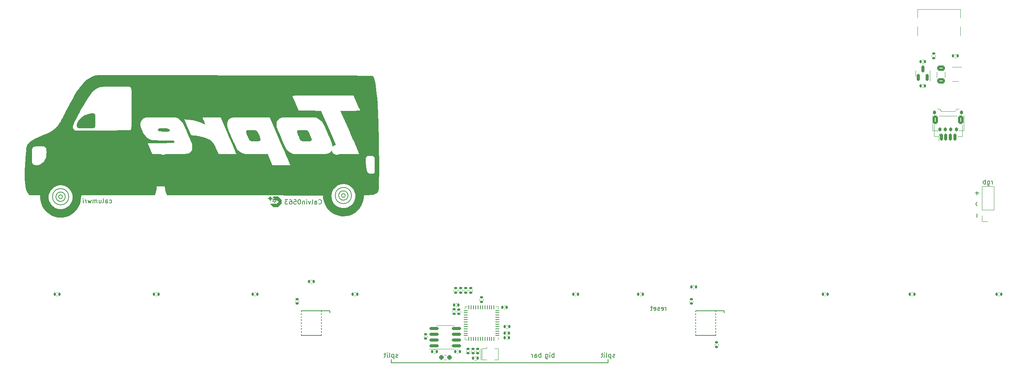
<source format=gbr>
%TF.GenerationSoftware,KiCad,Pcbnew,(7.0.0)*%
%TF.CreationDate,2024-05-03T23:27:27+02:00*%
%TF.ProjectId,minivan,6d696e69-7661-46e2-9e6b-696361645f70,rev?*%
%TF.SameCoordinates,Original*%
%TF.FileFunction,Legend,Bot*%
%TF.FilePolarity,Positive*%
%FSLAX46Y46*%
G04 Gerber Fmt 4.6, Leading zero omitted, Abs format (unit mm)*
G04 Created by KiCad (PCBNEW (7.0.0)) date 2024-05-03 23:27:27*
%MOMM*%
%LPD*%
G01*
G04 APERTURE LIST*
G04 Aperture macros list*
%AMRoundRect*
0 Rectangle with rounded corners*
0 $1 Rounding radius*
0 $2 $3 $4 $5 $6 $7 $8 $9 X,Y pos of 4 corners*
0 Add a 4 corners polygon primitive as box body*
4,1,4,$2,$3,$4,$5,$6,$7,$8,$9,$2,$3,0*
0 Add four circle primitives for the rounded corners*
1,1,$1+$1,$2,$3*
1,1,$1+$1,$4,$5*
1,1,$1+$1,$6,$7*
1,1,$1+$1,$8,$9*
0 Add four rect primitives between the rounded corners*
20,1,$1+$1,$2,$3,$4,$5,0*
20,1,$1+$1,$4,$5,$6,$7,0*
20,1,$1+$1,$6,$7,$8,$9,0*
20,1,$1+$1,$8,$9,$2,$3,0*%
G04 Aperture macros list end*
%ADD10C,0.150000*%
%ADD11C,0.200000*%
%ADD12C,0.120000*%
%ADD13C,0.170180*%
%ADD14C,0.002540*%
%ADD15C,2.200000*%
%ADD16R,1.700000X1.700000*%
%ADD17O,1.700000X1.700000*%
%ADD18RoundRect,0.140000X-0.170000X0.140000X-0.170000X-0.140000X0.170000X-0.140000X0.170000X0.140000X0*%
%ADD19RoundRect,0.135000X-0.135000X-0.185000X0.135000X-0.185000X0.135000X0.185000X-0.135000X0.185000X0*%
%ADD20RoundRect,0.135000X-0.185000X0.135000X-0.185000X-0.135000X0.185000X-0.135000X0.185000X0.135000X0*%
%ADD21RoundRect,0.135000X0.135000X0.185000X-0.135000X0.185000X-0.135000X-0.185000X0.135000X-0.185000X0*%
%ADD22R,0.400000X1.900000*%
%ADD23RoundRect,0.062500X0.062500X-0.375000X0.062500X0.375000X-0.062500X0.375000X-0.062500X-0.375000X0*%
%ADD24RoundRect,0.062500X0.375000X-0.062500X0.375000X0.062500X-0.375000X0.062500X-0.375000X-0.062500X0*%
%ADD25R,5.600000X5.600000*%
%ADD26R,1.778000X0.419100*%
%ADD27RoundRect,0.150000X-0.150000X-0.625000X0.150000X-0.625000X0.150000X0.625000X-0.150000X0.625000X0*%
%ADD28RoundRect,0.250000X-0.350000X-0.650000X0.350000X-0.650000X0.350000X0.650000X-0.350000X0.650000X0*%
%ADD29R,0.700000X1.000000*%
%ADD30R,0.700000X0.600000*%
%ADD31RoundRect,0.250000X-0.625000X0.375000X-0.625000X-0.375000X0.625000X-0.375000X0.625000X0.375000X0*%
%ADD32C,0.650000*%
%ADD33R,0.600000X1.450000*%
%ADD34R,0.300000X1.450000*%
%ADD35O,1.000000X1.600000*%
%ADD36O,1.000000X2.100000*%
%ADD37RoundRect,0.140000X0.170000X-0.140000X0.170000X0.140000X-0.170000X0.140000X-0.170000X-0.140000X0*%
%ADD38RoundRect,0.150000X-0.825000X-0.150000X0.825000X-0.150000X0.825000X0.150000X-0.825000X0.150000X0*%
%ADD39RoundRect,0.150000X0.150000X-0.587500X0.150000X0.587500X-0.150000X0.587500X-0.150000X-0.587500X0*%
%ADD40RoundRect,0.140000X0.140000X0.170000X-0.140000X0.170000X-0.140000X-0.170000X0.140000X-0.170000X0*%
%ADD41RoundRect,0.140000X-0.140000X-0.170000X0.140000X-0.170000X0.140000X0.170000X-0.140000X0.170000X0*%
%ADD42RoundRect,0.135000X0.185000X-0.135000X0.185000X0.135000X-0.185000X0.135000X-0.185000X-0.135000X0*%
%ADD43RoundRect,0.150000X-0.150000X-0.275000X0.150000X-0.275000X0.150000X0.275000X-0.150000X0.275000X0*%
%ADD44RoundRect,0.175000X-0.175000X-0.225000X0.175000X-0.225000X0.175000X0.225000X-0.175000X0.225000X0*%
%ADD45RoundRect,0.237500X0.250000X0.237500X-0.250000X0.237500X-0.250000X-0.237500X0.250000X-0.237500X0*%
G04 APERTURE END LIST*
D10*
X43792475Y-60325000D02*
G75*
G03*
X43792475Y-60325000I-419576J0D01*
G01*
X115887500Y-96837500D02*
X115887500Y-96043750D01*
X105840358Y-60051583D02*
G75*
G03*
X105840358Y-60051583I-419576J0D01*
G01*
X163512500Y-96043750D02*
X163512500Y-96837500D01*
X106449028Y-60051583D02*
G75*
G03*
X106449028Y-60051583I-1028246J0D01*
G01*
X44401145Y-60325000D02*
G75*
G03*
X44401145Y-60325000I-1028246J0D01*
G01*
X163512500Y-96837500D02*
X115887500Y-96837500D01*
X45161366Y-60325000D02*
G75*
G03*
X45161366Y-60325000I-1788467J0D01*
G01*
X107209249Y-60051583D02*
G75*
G03*
X107209249Y-60051583I-1788467J0D01*
G01*
X244442709Y-64057409D02*
X244442709Y-64819314D01*
D11*
X99996726Y-61844460D02*
X100044345Y-61892079D01*
X100044345Y-61892079D02*
X100187202Y-61939698D01*
X100187202Y-61939698D02*
X100282440Y-61939698D01*
X100282440Y-61939698D02*
X100425297Y-61892079D01*
X100425297Y-61892079D02*
X100520535Y-61796841D01*
X100520535Y-61796841D02*
X100568154Y-61701603D01*
X100568154Y-61701603D02*
X100615773Y-61511127D01*
X100615773Y-61511127D02*
X100615773Y-61368270D01*
X100615773Y-61368270D02*
X100568154Y-61177794D01*
X100568154Y-61177794D02*
X100520535Y-61082556D01*
X100520535Y-61082556D02*
X100425297Y-60987318D01*
X100425297Y-60987318D02*
X100282440Y-60939698D01*
X100282440Y-60939698D02*
X100187202Y-60939698D01*
X100187202Y-60939698D02*
X100044345Y-60987318D01*
X100044345Y-60987318D02*
X99996726Y-61034937D01*
X99139583Y-61939698D02*
X99139583Y-61415889D01*
X99139583Y-61415889D02*
X99187202Y-61320651D01*
X99187202Y-61320651D02*
X99282440Y-61273032D01*
X99282440Y-61273032D02*
X99472916Y-61273032D01*
X99472916Y-61273032D02*
X99568154Y-61320651D01*
X99139583Y-61892079D02*
X99234821Y-61939698D01*
X99234821Y-61939698D02*
X99472916Y-61939698D01*
X99472916Y-61939698D02*
X99568154Y-61892079D01*
X99568154Y-61892079D02*
X99615773Y-61796841D01*
X99615773Y-61796841D02*
X99615773Y-61701603D01*
X99615773Y-61701603D02*
X99568154Y-61606365D01*
X99568154Y-61606365D02*
X99472916Y-61558746D01*
X99472916Y-61558746D02*
X99234821Y-61558746D01*
X99234821Y-61558746D02*
X99139583Y-61511127D01*
X98520535Y-61939698D02*
X98615773Y-61892079D01*
X98615773Y-61892079D02*
X98663392Y-61796841D01*
X98663392Y-61796841D02*
X98663392Y-60939698D01*
X98234820Y-61273032D02*
X97996725Y-61939698D01*
X97996725Y-61939698D02*
X97758630Y-61273032D01*
X97377677Y-61939698D02*
X97377677Y-61273032D01*
X97377677Y-60939698D02*
X97425296Y-60987318D01*
X97425296Y-60987318D02*
X97377677Y-61034937D01*
X97377677Y-61034937D02*
X97330058Y-60987318D01*
X97330058Y-60987318D02*
X97377677Y-60939698D01*
X97377677Y-60939698D02*
X97377677Y-61034937D01*
X96901487Y-61273032D02*
X96901487Y-61939698D01*
X96901487Y-61368270D02*
X96853868Y-61320651D01*
X96853868Y-61320651D02*
X96758630Y-61273032D01*
X96758630Y-61273032D02*
X96615773Y-61273032D01*
X96615773Y-61273032D02*
X96520535Y-61320651D01*
X96520535Y-61320651D02*
X96472916Y-61415889D01*
X96472916Y-61415889D02*
X96472916Y-61939698D01*
X95806249Y-60939698D02*
X95711011Y-60939698D01*
X95711011Y-60939698D02*
X95615773Y-60987318D01*
X95615773Y-60987318D02*
X95568154Y-61034937D01*
X95568154Y-61034937D02*
X95520535Y-61130175D01*
X95520535Y-61130175D02*
X95472916Y-61320651D01*
X95472916Y-61320651D02*
X95472916Y-61558746D01*
X95472916Y-61558746D02*
X95520535Y-61749222D01*
X95520535Y-61749222D02*
X95568154Y-61844460D01*
X95568154Y-61844460D02*
X95615773Y-61892079D01*
X95615773Y-61892079D02*
X95711011Y-61939698D01*
X95711011Y-61939698D02*
X95806249Y-61939698D01*
X95806249Y-61939698D02*
X95901487Y-61892079D01*
X95901487Y-61892079D02*
X95949106Y-61844460D01*
X95949106Y-61844460D02*
X95996725Y-61749222D01*
X95996725Y-61749222D02*
X96044344Y-61558746D01*
X96044344Y-61558746D02*
X96044344Y-61320651D01*
X96044344Y-61320651D02*
X95996725Y-61130175D01*
X95996725Y-61130175D02*
X95949106Y-61034937D01*
X95949106Y-61034937D02*
X95901487Y-60987318D01*
X95901487Y-60987318D02*
X95806249Y-60939698D01*
X94568154Y-60939698D02*
X95044344Y-60939698D01*
X95044344Y-60939698D02*
X95091963Y-61415889D01*
X95091963Y-61415889D02*
X95044344Y-61368270D01*
X95044344Y-61368270D02*
X94949106Y-61320651D01*
X94949106Y-61320651D02*
X94711011Y-61320651D01*
X94711011Y-61320651D02*
X94615773Y-61368270D01*
X94615773Y-61368270D02*
X94568154Y-61415889D01*
X94568154Y-61415889D02*
X94520535Y-61511127D01*
X94520535Y-61511127D02*
X94520535Y-61749222D01*
X94520535Y-61749222D02*
X94568154Y-61844460D01*
X94568154Y-61844460D02*
X94615773Y-61892079D01*
X94615773Y-61892079D02*
X94711011Y-61939698D01*
X94711011Y-61939698D02*
X94949106Y-61939698D01*
X94949106Y-61939698D02*
X95044344Y-61892079D01*
X95044344Y-61892079D02*
X95091963Y-61844460D01*
X93663392Y-60939698D02*
X93853868Y-60939698D01*
X93853868Y-60939698D02*
X93949106Y-60987318D01*
X93949106Y-60987318D02*
X93996725Y-61034937D01*
X93996725Y-61034937D02*
X94091963Y-61177794D01*
X94091963Y-61177794D02*
X94139582Y-61368270D01*
X94139582Y-61368270D02*
X94139582Y-61749222D01*
X94139582Y-61749222D02*
X94091963Y-61844460D01*
X94091963Y-61844460D02*
X94044344Y-61892079D01*
X94044344Y-61892079D02*
X93949106Y-61939698D01*
X93949106Y-61939698D02*
X93758630Y-61939698D01*
X93758630Y-61939698D02*
X93663392Y-61892079D01*
X93663392Y-61892079D02*
X93615773Y-61844460D01*
X93615773Y-61844460D02*
X93568154Y-61749222D01*
X93568154Y-61749222D02*
X93568154Y-61511127D01*
X93568154Y-61511127D02*
X93615773Y-61415889D01*
X93615773Y-61415889D02*
X93663392Y-61368270D01*
X93663392Y-61368270D02*
X93758630Y-61320651D01*
X93758630Y-61320651D02*
X93949106Y-61320651D01*
X93949106Y-61320651D02*
X94044344Y-61368270D01*
X94044344Y-61368270D02*
X94091963Y-61415889D01*
X94091963Y-61415889D02*
X94139582Y-61511127D01*
X93234820Y-60939698D02*
X92615773Y-60939698D01*
X92615773Y-60939698D02*
X92949106Y-61320651D01*
X92949106Y-61320651D02*
X92806249Y-61320651D01*
X92806249Y-61320651D02*
X92711011Y-61368270D01*
X92711011Y-61368270D02*
X92663392Y-61415889D01*
X92663392Y-61415889D02*
X92615773Y-61511127D01*
X92615773Y-61511127D02*
X92615773Y-61749222D01*
X92615773Y-61749222D02*
X92663392Y-61844460D01*
X92663392Y-61844460D02*
X92711011Y-61892079D01*
X92711011Y-61892079D02*
X92806249Y-61939698D01*
X92806249Y-61939698D02*
X93091963Y-61939698D01*
X93091963Y-61939698D02*
X93187201Y-61892079D01*
X93187201Y-61892079D02*
X93234820Y-61844460D01*
D10*
X247832440Y-57517380D02*
X247832440Y-56850714D01*
X247832440Y-57041190D02*
X247784821Y-56945952D01*
X247784821Y-56945952D02*
X247737202Y-56898333D01*
X247737202Y-56898333D02*
X247641964Y-56850714D01*
X247641964Y-56850714D02*
X247546726Y-56850714D01*
X246784821Y-56850714D02*
X246784821Y-57660238D01*
X246784821Y-57660238D02*
X246832440Y-57755476D01*
X246832440Y-57755476D02*
X246880059Y-57803095D01*
X246880059Y-57803095D02*
X246975297Y-57850714D01*
X246975297Y-57850714D02*
X247118154Y-57850714D01*
X247118154Y-57850714D02*
X247213392Y-57803095D01*
X246784821Y-57469761D02*
X246880059Y-57517380D01*
X246880059Y-57517380D02*
X247070535Y-57517380D01*
X247070535Y-57517380D02*
X247165773Y-57469761D01*
X247165773Y-57469761D02*
X247213392Y-57422142D01*
X247213392Y-57422142D02*
X247261011Y-57326904D01*
X247261011Y-57326904D02*
X247261011Y-57041190D01*
X247261011Y-57041190D02*
X247213392Y-56945952D01*
X247213392Y-56945952D02*
X247165773Y-56898333D01*
X247165773Y-56898333D02*
X247070535Y-56850714D01*
X247070535Y-56850714D02*
X246880059Y-56850714D01*
X246880059Y-56850714D02*
X246784821Y-56898333D01*
X246308630Y-57517380D02*
X246308630Y-56517380D01*
X246308630Y-56898333D02*
X246213392Y-56850714D01*
X246213392Y-56850714D02*
X246022916Y-56850714D01*
X246022916Y-56850714D02*
X245927678Y-56898333D01*
X245927678Y-56898333D02*
X245880059Y-56945952D01*
X245880059Y-56945952D02*
X245832440Y-57041190D01*
X245832440Y-57041190D02*
X245832440Y-57326904D01*
X245832440Y-57326904D02*
X245880059Y-57422142D01*
X245880059Y-57422142D02*
X245927678Y-57469761D01*
X245927678Y-57469761D02*
X246022916Y-57517380D01*
X246022916Y-57517380D02*
X246213392Y-57517380D01*
X246213392Y-57517380D02*
X246308630Y-57469761D01*
X164964880Y-95569761D02*
X164869642Y-95617380D01*
X164869642Y-95617380D02*
X164679166Y-95617380D01*
X164679166Y-95617380D02*
X164583928Y-95569761D01*
X164583928Y-95569761D02*
X164536309Y-95474523D01*
X164536309Y-95474523D02*
X164536309Y-95426904D01*
X164536309Y-95426904D02*
X164583928Y-95331666D01*
X164583928Y-95331666D02*
X164679166Y-95284047D01*
X164679166Y-95284047D02*
X164822023Y-95284047D01*
X164822023Y-95284047D02*
X164917261Y-95236428D01*
X164917261Y-95236428D02*
X164964880Y-95141190D01*
X164964880Y-95141190D02*
X164964880Y-95093571D01*
X164964880Y-95093571D02*
X164917261Y-94998333D01*
X164917261Y-94998333D02*
X164822023Y-94950714D01*
X164822023Y-94950714D02*
X164679166Y-94950714D01*
X164679166Y-94950714D02*
X164583928Y-94998333D01*
X164107737Y-94950714D02*
X164107737Y-95950714D01*
X164107737Y-94998333D02*
X164012499Y-94950714D01*
X164012499Y-94950714D02*
X163822023Y-94950714D01*
X163822023Y-94950714D02*
X163726785Y-94998333D01*
X163726785Y-94998333D02*
X163679166Y-95045952D01*
X163679166Y-95045952D02*
X163631547Y-95141190D01*
X163631547Y-95141190D02*
X163631547Y-95426904D01*
X163631547Y-95426904D02*
X163679166Y-95522142D01*
X163679166Y-95522142D02*
X163726785Y-95569761D01*
X163726785Y-95569761D02*
X163822023Y-95617380D01*
X163822023Y-95617380D02*
X164012499Y-95617380D01*
X164012499Y-95617380D02*
X164107737Y-95569761D01*
X163060118Y-95617380D02*
X163155356Y-95569761D01*
X163155356Y-95569761D02*
X163202975Y-95474523D01*
X163202975Y-95474523D02*
X163202975Y-94617380D01*
X162679165Y-95617380D02*
X162679165Y-94950714D01*
X162679165Y-94617380D02*
X162726784Y-94665000D01*
X162726784Y-94665000D02*
X162679165Y-94712619D01*
X162679165Y-94712619D02*
X162631546Y-94665000D01*
X162631546Y-94665000D02*
X162679165Y-94617380D01*
X162679165Y-94617380D02*
X162679165Y-94712619D01*
X162345832Y-94950714D02*
X161964880Y-94950714D01*
X162202975Y-94617380D02*
X162202975Y-95474523D01*
X162202975Y-95474523D02*
X162155356Y-95569761D01*
X162155356Y-95569761D02*
X162060118Y-95617380D01*
X162060118Y-95617380D02*
X161964880Y-95617380D01*
X117339880Y-95569761D02*
X117244642Y-95617380D01*
X117244642Y-95617380D02*
X117054166Y-95617380D01*
X117054166Y-95617380D02*
X116958928Y-95569761D01*
X116958928Y-95569761D02*
X116911309Y-95474523D01*
X116911309Y-95474523D02*
X116911309Y-95426904D01*
X116911309Y-95426904D02*
X116958928Y-95331666D01*
X116958928Y-95331666D02*
X117054166Y-95284047D01*
X117054166Y-95284047D02*
X117197023Y-95284047D01*
X117197023Y-95284047D02*
X117292261Y-95236428D01*
X117292261Y-95236428D02*
X117339880Y-95141190D01*
X117339880Y-95141190D02*
X117339880Y-95093571D01*
X117339880Y-95093571D02*
X117292261Y-94998333D01*
X117292261Y-94998333D02*
X117197023Y-94950714D01*
X117197023Y-94950714D02*
X117054166Y-94950714D01*
X117054166Y-94950714D02*
X116958928Y-94998333D01*
X116482737Y-94950714D02*
X116482737Y-95950714D01*
X116482737Y-94998333D02*
X116387499Y-94950714D01*
X116387499Y-94950714D02*
X116197023Y-94950714D01*
X116197023Y-94950714D02*
X116101785Y-94998333D01*
X116101785Y-94998333D02*
X116054166Y-95045952D01*
X116054166Y-95045952D02*
X116006547Y-95141190D01*
X116006547Y-95141190D02*
X116006547Y-95426904D01*
X116006547Y-95426904D02*
X116054166Y-95522142D01*
X116054166Y-95522142D02*
X116101785Y-95569761D01*
X116101785Y-95569761D02*
X116197023Y-95617380D01*
X116197023Y-95617380D02*
X116387499Y-95617380D01*
X116387499Y-95617380D02*
X116482737Y-95569761D01*
X115435118Y-95617380D02*
X115530356Y-95569761D01*
X115530356Y-95569761D02*
X115577975Y-95474523D01*
X115577975Y-95474523D02*
X115577975Y-94617380D01*
X115054165Y-95617380D02*
X115054165Y-94950714D01*
X115054165Y-94617380D02*
X115101784Y-94665000D01*
X115101784Y-94665000D02*
X115054165Y-94712619D01*
X115054165Y-94712619D02*
X115006546Y-94665000D01*
X115006546Y-94665000D02*
X115054165Y-94617380D01*
X115054165Y-94617380D02*
X115054165Y-94712619D01*
X114720832Y-94950714D02*
X114339880Y-94950714D01*
X114577975Y-94617380D02*
X114577975Y-95474523D01*
X114577975Y-95474523D02*
X114530356Y-95569761D01*
X114530356Y-95569761D02*
X114435118Y-95617380D01*
X114435118Y-95617380D02*
X114339880Y-95617380D01*
D11*
X244478880Y-61563406D02*
X244193165Y-61944358D01*
X244193165Y-61944358D02*
X244478880Y-62325310D01*
D10*
X244461428Y-59150298D02*
X244461428Y-59912203D01*
X244842380Y-59531250D02*
X244080476Y-59531250D01*
X176244047Y-85298630D02*
X176244047Y-84631964D01*
X176244047Y-84822440D02*
X176196428Y-84727202D01*
X176196428Y-84727202D02*
X176148809Y-84679583D01*
X176148809Y-84679583D02*
X176053571Y-84631964D01*
X176053571Y-84631964D02*
X175958333Y-84631964D01*
X175244047Y-85251011D02*
X175339285Y-85298630D01*
X175339285Y-85298630D02*
X175529761Y-85298630D01*
X175529761Y-85298630D02*
X175624999Y-85251011D01*
X175624999Y-85251011D02*
X175672618Y-85155773D01*
X175672618Y-85155773D02*
X175672618Y-84774821D01*
X175672618Y-84774821D02*
X175624999Y-84679583D01*
X175624999Y-84679583D02*
X175529761Y-84631964D01*
X175529761Y-84631964D02*
X175339285Y-84631964D01*
X175339285Y-84631964D02*
X175244047Y-84679583D01*
X175244047Y-84679583D02*
X175196428Y-84774821D01*
X175196428Y-84774821D02*
X175196428Y-84870059D01*
X175196428Y-84870059D02*
X175672618Y-84965297D01*
X174815475Y-85251011D02*
X174720237Y-85298630D01*
X174720237Y-85298630D02*
X174529761Y-85298630D01*
X174529761Y-85298630D02*
X174434523Y-85251011D01*
X174434523Y-85251011D02*
X174386904Y-85155773D01*
X174386904Y-85155773D02*
X174386904Y-85108154D01*
X174386904Y-85108154D02*
X174434523Y-85012916D01*
X174434523Y-85012916D02*
X174529761Y-84965297D01*
X174529761Y-84965297D02*
X174672618Y-84965297D01*
X174672618Y-84965297D02*
X174767856Y-84917678D01*
X174767856Y-84917678D02*
X174815475Y-84822440D01*
X174815475Y-84822440D02*
X174815475Y-84774821D01*
X174815475Y-84774821D02*
X174767856Y-84679583D01*
X174767856Y-84679583D02*
X174672618Y-84631964D01*
X174672618Y-84631964D02*
X174529761Y-84631964D01*
X174529761Y-84631964D02*
X174434523Y-84679583D01*
X173577380Y-85251011D02*
X173672618Y-85298630D01*
X173672618Y-85298630D02*
X173863094Y-85298630D01*
X173863094Y-85298630D02*
X173958332Y-85251011D01*
X173958332Y-85251011D02*
X174005951Y-85155773D01*
X174005951Y-85155773D02*
X174005951Y-84774821D01*
X174005951Y-84774821D02*
X173958332Y-84679583D01*
X173958332Y-84679583D02*
X173863094Y-84631964D01*
X173863094Y-84631964D02*
X173672618Y-84631964D01*
X173672618Y-84631964D02*
X173577380Y-84679583D01*
X173577380Y-84679583D02*
X173529761Y-84774821D01*
X173529761Y-84774821D02*
X173529761Y-84870059D01*
X173529761Y-84870059D02*
X174005951Y-84965297D01*
X173244046Y-84631964D02*
X172863094Y-84631964D01*
X173101189Y-84298630D02*
X173101189Y-85155773D01*
X173101189Y-85155773D02*
X173053570Y-85251011D01*
X173053570Y-85251011D02*
X172958332Y-85298630D01*
X172958332Y-85298630D02*
X172863094Y-85298630D01*
D11*
X54102083Y-61647261D02*
X54197321Y-61694880D01*
X54197321Y-61694880D02*
X54387797Y-61694880D01*
X54387797Y-61694880D02*
X54483035Y-61647261D01*
X54483035Y-61647261D02*
X54530654Y-61599642D01*
X54530654Y-61599642D02*
X54578273Y-61504404D01*
X54578273Y-61504404D02*
X54578273Y-61218690D01*
X54578273Y-61218690D02*
X54530654Y-61123452D01*
X54530654Y-61123452D02*
X54483035Y-61075833D01*
X54483035Y-61075833D02*
X54387797Y-61028214D01*
X54387797Y-61028214D02*
X54197321Y-61028214D01*
X54197321Y-61028214D02*
X54102083Y-61075833D01*
X53244940Y-61694880D02*
X53244940Y-61171071D01*
X53244940Y-61171071D02*
X53292559Y-61075833D01*
X53292559Y-61075833D02*
X53387797Y-61028214D01*
X53387797Y-61028214D02*
X53578273Y-61028214D01*
X53578273Y-61028214D02*
X53673511Y-61075833D01*
X53244940Y-61647261D02*
X53340178Y-61694880D01*
X53340178Y-61694880D02*
X53578273Y-61694880D01*
X53578273Y-61694880D02*
X53673511Y-61647261D01*
X53673511Y-61647261D02*
X53721130Y-61552023D01*
X53721130Y-61552023D02*
X53721130Y-61456785D01*
X53721130Y-61456785D02*
X53673511Y-61361547D01*
X53673511Y-61361547D02*
X53578273Y-61313928D01*
X53578273Y-61313928D02*
X53340178Y-61313928D01*
X53340178Y-61313928D02*
X53244940Y-61266309D01*
X52625892Y-61694880D02*
X52721130Y-61647261D01*
X52721130Y-61647261D02*
X52768749Y-61552023D01*
X52768749Y-61552023D02*
X52768749Y-60694880D01*
X51816368Y-61028214D02*
X51816368Y-61694880D01*
X52244939Y-61028214D02*
X52244939Y-61552023D01*
X52244939Y-61552023D02*
X52197320Y-61647261D01*
X52197320Y-61647261D02*
X52102082Y-61694880D01*
X52102082Y-61694880D02*
X51959225Y-61694880D01*
X51959225Y-61694880D02*
X51863987Y-61647261D01*
X51863987Y-61647261D02*
X51816368Y-61599642D01*
X51340177Y-61694880D02*
X51340177Y-61028214D01*
X51340177Y-61123452D02*
X51292558Y-61075833D01*
X51292558Y-61075833D02*
X51197320Y-61028214D01*
X51197320Y-61028214D02*
X51054463Y-61028214D01*
X51054463Y-61028214D02*
X50959225Y-61075833D01*
X50959225Y-61075833D02*
X50911606Y-61171071D01*
X50911606Y-61171071D02*
X50911606Y-61694880D01*
X50911606Y-61171071D02*
X50863987Y-61075833D01*
X50863987Y-61075833D02*
X50768749Y-61028214D01*
X50768749Y-61028214D02*
X50625892Y-61028214D01*
X50625892Y-61028214D02*
X50530653Y-61075833D01*
X50530653Y-61075833D02*
X50483034Y-61171071D01*
X50483034Y-61171071D02*
X50483034Y-61694880D01*
X50102082Y-61028214D02*
X49911606Y-61694880D01*
X49911606Y-61694880D02*
X49721130Y-61218690D01*
X49721130Y-61218690D02*
X49530654Y-61694880D01*
X49530654Y-61694880D02*
X49340178Y-61028214D01*
X48959225Y-61694880D02*
X48959225Y-61028214D01*
X48959225Y-61218690D02*
X48911606Y-61123452D01*
X48911606Y-61123452D02*
X48863987Y-61075833D01*
X48863987Y-61075833D02*
X48768749Y-61028214D01*
X48768749Y-61028214D02*
X48673511Y-61028214D01*
X48340177Y-61694880D02*
X48340177Y-61028214D01*
X48340177Y-60694880D02*
X48387796Y-60742500D01*
X48387796Y-60742500D02*
X48340177Y-60790119D01*
X48340177Y-60790119D02*
X48292558Y-60742500D01*
X48292558Y-60742500D02*
X48340177Y-60694880D01*
X48340177Y-60694880D02*
X48340177Y-60790119D01*
D10*
X151644047Y-95617380D02*
X151644047Y-94617380D01*
X151644047Y-94998333D02*
X151548809Y-94950714D01*
X151548809Y-94950714D02*
X151358333Y-94950714D01*
X151358333Y-94950714D02*
X151263095Y-94998333D01*
X151263095Y-94998333D02*
X151215476Y-95045952D01*
X151215476Y-95045952D02*
X151167857Y-95141190D01*
X151167857Y-95141190D02*
X151167857Y-95426904D01*
X151167857Y-95426904D02*
X151215476Y-95522142D01*
X151215476Y-95522142D02*
X151263095Y-95569761D01*
X151263095Y-95569761D02*
X151358333Y-95617380D01*
X151358333Y-95617380D02*
X151548809Y-95617380D01*
X151548809Y-95617380D02*
X151644047Y-95569761D01*
X150739285Y-95617380D02*
X150739285Y-94950714D01*
X150739285Y-94617380D02*
X150786904Y-94665000D01*
X150786904Y-94665000D02*
X150739285Y-94712619D01*
X150739285Y-94712619D02*
X150691666Y-94665000D01*
X150691666Y-94665000D02*
X150739285Y-94617380D01*
X150739285Y-94617380D02*
X150739285Y-94712619D01*
X149834524Y-94950714D02*
X149834524Y-95760238D01*
X149834524Y-95760238D02*
X149882143Y-95855476D01*
X149882143Y-95855476D02*
X149929762Y-95903095D01*
X149929762Y-95903095D02*
X150025000Y-95950714D01*
X150025000Y-95950714D02*
X150167857Y-95950714D01*
X150167857Y-95950714D02*
X150263095Y-95903095D01*
X149834524Y-95569761D02*
X149929762Y-95617380D01*
X149929762Y-95617380D02*
X150120238Y-95617380D01*
X150120238Y-95617380D02*
X150215476Y-95569761D01*
X150215476Y-95569761D02*
X150263095Y-95522142D01*
X150263095Y-95522142D02*
X150310714Y-95426904D01*
X150310714Y-95426904D02*
X150310714Y-95141190D01*
X150310714Y-95141190D02*
X150263095Y-95045952D01*
X150263095Y-95045952D02*
X150215476Y-94998333D01*
X150215476Y-94998333D02*
X150120238Y-94950714D01*
X150120238Y-94950714D02*
X149929762Y-94950714D01*
X149929762Y-94950714D02*
X149834524Y-94998333D01*
X148758333Y-95617380D02*
X148758333Y-94617380D01*
X148758333Y-94998333D02*
X148663095Y-94950714D01*
X148663095Y-94950714D02*
X148472619Y-94950714D01*
X148472619Y-94950714D02*
X148377381Y-94998333D01*
X148377381Y-94998333D02*
X148329762Y-95045952D01*
X148329762Y-95045952D02*
X148282143Y-95141190D01*
X148282143Y-95141190D02*
X148282143Y-95426904D01*
X148282143Y-95426904D02*
X148329762Y-95522142D01*
X148329762Y-95522142D02*
X148377381Y-95569761D01*
X148377381Y-95569761D02*
X148472619Y-95617380D01*
X148472619Y-95617380D02*
X148663095Y-95617380D01*
X148663095Y-95617380D02*
X148758333Y-95569761D01*
X147425000Y-95617380D02*
X147425000Y-95093571D01*
X147425000Y-95093571D02*
X147472619Y-94998333D01*
X147472619Y-94998333D02*
X147567857Y-94950714D01*
X147567857Y-94950714D02*
X147758333Y-94950714D01*
X147758333Y-94950714D02*
X147853571Y-94998333D01*
X147425000Y-95569761D02*
X147520238Y-95617380D01*
X147520238Y-95617380D02*
X147758333Y-95617380D01*
X147758333Y-95617380D02*
X147853571Y-95569761D01*
X147853571Y-95569761D02*
X147901190Y-95474523D01*
X147901190Y-95474523D02*
X147901190Y-95379285D01*
X147901190Y-95379285D02*
X147853571Y-95284047D01*
X147853571Y-95284047D02*
X147758333Y-95236428D01*
X147758333Y-95236428D02*
X147520238Y-95236428D01*
X147520238Y-95236428D02*
X147425000Y-95188809D01*
X146948809Y-95617380D02*
X146948809Y-94950714D01*
X146948809Y-95141190D02*
X146901190Y-95045952D01*
X146901190Y-95045952D02*
X146853571Y-94998333D01*
X146853571Y-94998333D02*
X146758333Y-94950714D01*
X146758333Y-94950714D02*
X146663095Y-94950714D01*
D12*
%TO.C,C10*%
X134246072Y-94118137D02*
X134246072Y-94333809D01*
X133526072Y-94118137D02*
X133526072Y-94333809D01*
%TO.C,R14*%
X64189257Y-81376250D02*
X64496539Y-81376250D01*
X64189257Y-82136250D02*
X64496539Y-82136250D01*
%TO.C,R23*%
X210983859Y-81376250D02*
X211291141Y-81376250D01*
X210983859Y-82136250D02*
X211291141Y-82136250D01*
%TO.C,R5*%
X132636250Y-80743417D02*
X132636250Y-81050699D01*
X131876250Y-80743417D02*
X131876250Y-81050699D01*
%TO.C,R18*%
X125566141Y-94742500D02*
X125258859Y-94742500D01*
X125566141Y-93982500D02*
X125258859Y-93982500D01*
%TO.C,Y1*%
X135601214Y-94117035D02*
X135601214Y-93717035D01*
X135601214Y-96117035D02*
X135601214Y-94117035D01*
X135801214Y-94117035D02*
X135801214Y-93717035D01*
X135801214Y-94117035D02*
X135801214Y-96117035D01*
X135801214Y-96117035D02*
X136801214Y-96117035D01*
X136801214Y-93717035D02*
X135801214Y-93717035D01*
X136801214Y-93717035D02*
X136801214Y-93317035D01*
X138601214Y-96117035D02*
X139401214Y-96117035D01*
X139401214Y-93717035D02*
X138601214Y-93717035D01*
X139401214Y-94117035D02*
X139401214Y-93717035D01*
X139401214Y-96117035D02*
X139401214Y-94117035D01*
%TO.C,G\u002A\u002A\u002A*%
G36*
X90546500Y-61449568D02*
G01*
X90318507Y-61677568D01*
X90164507Y-61677568D01*
X90010507Y-61677568D01*
X90238500Y-61449568D01*
X90466494Y-61221568D01*
X90620494Y-61221568D01*
X90774494Y-61221568D01*
X90546500Y-61449568D01*
G37*
G36*
X90154500Y-61335568D02*
G01*
X90040514Y-61449568D01*
X89885514Y-61449568D01*
X89730514Y-61449568D01*
X89844500Y-61335568D01*
X89958487Y-61221568D01*
X90113487Y-61221568D01*
X90268487Y-61221568D01*
X90154500Y-61335568D01*
G37*
G36*
X91469999Y-60665066D02*
G01*
X91861501Y-61056564D01*
X91861501Y-61449564D01*
X91861500Y-61842564D01*
X91470002Y-62234066D01*
X91078504Y-62625568D01*
X90588500Y-62625568D01*
X90098497Y-62625568D01*
X89706500Y-62233568D01*
X89314504Y-61841568D01*
X90097506Y-61841568D01*
X90880508Y-61841568D01*
X91076500Y-61645568D01*
X91272493Y-61449568D01*
X91076504Y-61253571D01*
X90880515Y-61057574D01*
X90296604Y-61057071D01*
X89712694Y-61056568D01*
X89731550Y-61034568D01*
X89738506Y-61026648D01*
X89751156Y-61012882D01*
X89765623Y-60997725D01*
X89781172Y-60981911D01*
X89797070Y-60966173D01*
X89812581Y-60951247D01*
X89826969Y-60937865D01*
X89839500Y-60926762D01*
X89863936Y-60906526D01*
X89913969Y-60868994D01*
X89966354Y-60834697D01*
X90021089Y-60803637D01*
X90078172Y-60775813D01*
X90137603Y-60751227D01*
X90199380Y-60729878D01*
X90263500Y-60711769D01*
X90270691Y-60709902D01*
X90279731Y-60707378D01*
X90286593Y-60705242D01*
X90290706Y-60703675D01*
X90291500Y-60702858D01*
X90289145Y-60702165D01*
X90283432Y-60700614D01*
X90275132Y-60698419D01*
X90264927Y-60695760D01*
X90253500Y-60692819D01*
X90238422Y-60688842D01*
X90181620Y-60671723D01*
X90125957Y-60651586D01*
X90071834Y-60628623D01*
X90019651Y-60603027D01*
X89969808Y-60574991D01*
X89922704Y-60544707D01*
X89878740Y-60512368D01*
X89866980Y-60503101D01*
X89981734Y-60388334D01*
X90096487Y-60273568D01*
X90587492Y-60273568D01*
X91078497Y-60273568D01*
X91469999Y-60665066D01*
G37*
G36*
X89400488Y-60070568D02*
G01*
X89400766Y-60071759D01*
X89402099Y-60077094D01*
X89404158Y-60085082D01*
X89406719Y-60094862D01*
X89409559Y-60105568D01*
X89420811Y-60143881D01*
X89439813Y-60196764D01*
X89462297Y-60247987D01*
X89488114Y-60297400D01*
X89517112Y-60344854D01*
X89549141Y-60390199D01*
X89584048Y-60433284D01*
X89621684Y-60473960D01*
X89661898Y-60512077D01*
X89704538Y-60547484D01*
X89749453Y-60580033D01*
X89796493Y-60609574D01*
X89845506Y-60635955D01*
X89896342Y-60659029D01*
X89948849Y-60678643D01*
X90002877Y-60694650D01*
X90006361Y-60695552D01*
X90016193Y-60698122D01*
X90024520Y-60700331D01*
X90030553Y-60701967D01*
X90033500Y-60702821D01*
X90033673Y-60702983D01*
X90031921Y-60704059D01*
X90027071Y-60705811D01*
X90019729Y-60708035D01*
X90010500Y-60710528D01*
X89957722Y-60725916D01*
X89903905Y-60745552D01*
X89851886Y-60768625D01*
X89801808Y-60795008D01*
X89753811Y-60824579D01*
X89708038Y-60857212D01*
X89664630Y-60892782D01*
X89623729Y-60931166D01*
X89585475Y-60972238D01*
X89550011Y-61015874D01*
X89517479Y-61061950D01*
X89488019Y-61110340D01*
X89461773Y-61160921D01*
X89438884Y-61213568D01*
X89434976Y-61223621D01*
X89425063Y-61250835D01*
X89416328Y-61277774D01*
X89408325Y-61305862D01*
X89400613Y-61336522D01*
X89400162Y-61337908D01*
X89399353Y-61338263D01*
X89398228Y-61336295D01*
X89396639Y-61331611D01*
X89394436Y-61323817D01*
X89391468Y-61312522D01*
X89391394Y-61312237D01*
X89375487Y-61258207D01*
X89356055Y-61205421D01*
X89333300Y-61154376D01*
X89307424Y-61105568D01*
X89282921Y-61065631D01*
X89250124Y-61018903D01*
X89214412Y-60974687D01*
X89175957Y-60933114D01*
X89134928Y-60894315D01*
X89091496Y-60858418D01*
X89045832Y-60825554D01*
X88998106Y-60795854D01*
X88948490Y-60769446D01*
X88897153Y-60746461D01*
X88844266Y-60727030D01*
X88790000Y-60711281D01*
X88787070Y-60710535D01*
X88777818Y-60708090D01*
X88770342Y-60705979D01*
X88765345Y-60704407D01*
X88763530Y-60703578D01*
X88763530Y-60703576D01*
X88765382Y-60702738D01*
X88770368Y-60701209D01*
X88777731Y-60699207D01*
X88786712Y-60696948D01*
X88801827Y-60693027D01*
X88823970Y-60686599D01*
X88847232Y-60679184D01*
X88870210Y-60671232D01*
X88891500Y-60663196D01*
X88925321Y-60648834D01*
X88974847Y-60624357D01*
X89023054Y-60596417D01*
X89069512Y-60565308D01*
X89113792Y-60531326D01*
X89155463Y-60494764D01*
X89194097Y-60455917D01*
X89205284Y-60443606D01*
X89242284Y-60399103D01*
X89276012Y-60352361D01*
X89306384Y-60303537D01*
X89333313Y-60252788D01*
X89356715Y-60200272D01*
X89376503Y-60146146D01*
X89392591Y-60090568D01*
X89393452Y-60087178D01*
X89395904Y-60077876D01*
X89397676Y-60071962D01*
X89398926Y-60069038D01*
X89399811Y-60068706D01*
X89400488Y-60070568D01*
G37*
%TO.C,R25*%
X249083859Y-81366059D02*
X249391141Y-81366059D01*
X249083859Y-82126059D02*
X249391141Y-82126059D01*
%TO.C,U1*%
X132121250Y-91716250D02*
X132596250Y-91716250D01*
X132121250Y-91241250D02*
X132121250Y-91716250D01*
X139341250Y-91241250D02*
X139341250Y-91716250D01*
X132121250Y-84971250D02*
X132121250Y-84496250D01*
X139341250Y-84971250D02*
X139341250Y-84496250D01*
X132121250Y-84496250D02*
X132596250Y-84496250D01*
X139341250Y-84496250D02*
X138866250Y-84496250D01*
%TO.C,C16*%
X133149679Y-94118137D02*
X133149679Y-94333809D01*
X132429679Y-94118137D02*
X132429679Y-94333809D01*
%TO.C,J4*%
X245526250Y-58042500D02*
X248186250Y-58042500D01*
X245526250Y-63182500D02*
X245526250Y-58042500D01*
X245526250Y-63182500D02*
X248186250Y-63182500D01*
X245526250Y-64452500D02*
X245526250Y-65782500D01*
X245526250Y-65782500D02*
X246856250Y-65782500D01*
X248186250Y-63182500D02*
X248186250Y-58042500D01*
D13*
%TO.C,U6*%
X188974110Y-85436250D02*
X187143750Y-85436250D01*
X187143750Y-85436250D02*
X187143750Y-90776250D01*
X182744470Y-85436250D02*
X187143750Y-85436250D01*
X188974110Y-85835030D02*
X188974110Y-85436250D01*
D14*
X182744110Y-90590370D02*
X182744110Y-90605610D01*
D13*
X187143750Y-90776250D02*
X182744470Y-90776250D01*
X182744470Y-90776250D02*
X182744470Y-85436250D01*
%TO.C,G\u002A\u002A\u002A*%
G36*
X66206772Y-45283347D02*
G01*
X66593816Y-45304268D01*
X66879398Y-45346857D01*
X67081336Y-45415618D01*
X67217446Y-45515055D01*
X67305547Y-45649672D01*
X67338367Y-45729652D01*
X67343200Y-45834484D01*
X67259620Y-45919803D01*
X67226117Y-45938909D01*
X67101501Y-45973329D01*
X66895927Y-45996079D01*
X66592003Y-46008642D01*
X66172334Y-46012500D01*
X65727168Y-46006234D01*
X65351461Y-45982412D01*
X65078146Y-45936805D01*
X64891413Y-45865237D01*
X64775450Y-45763534D01*
X64714448Y-45627521D01*
X64707080Y-45594909D01*
X64703702Y-45478658D01*
X64756752Y-45394185D01*
X64881563Y-45336746D01*
X65093467Y-45301593D01*
X65407796Y-45283982D01*
X65839884Y-45279166D01*
X66206772Y-45283347D01*
G37*
G36*
X97652097Y-45895833D02*
G01*
X97803595Y-46085954D01*
X97983699Y-46407259D01*
X98184452Y-46854711D01*
X98317561Y-47183683D01*
X98418986Y-47463399D01*
X98470441Y-47663940D01*
X98475261Y-47807504D01*
X98436781Y-47916291D01*
X98358334Y-48012500D01*
X98312401Y-48052952D01*
X98234690Y-48094479D01*
X98119348Y-48121473D01*
X97942454Y-48136968D01*
X97680090Y-48143994D01*
X97308334Y-48145584D01*
X97157147Y-48145409D01*
X96762573Y-48138960D01*
X96469036Y-48112356D01*
X96252056Y-48051104D01*
X96087156Y-47940711D01*
X95949854Y-47766685D01*
X95815673Y-47514532D01*
X95660132Y-47169759D01*
X95548082Y-46902596D01*
X95432846Y-46597355D01*
X95348442Y-46338456D01*
X95307864Y-46163038D01*
X95307481Y-46159794D01*
X95293217Y-45987721D01*
X95308547Y-45862496D01*
X95370759Y-45776693D01*
X95497137Y-45722885D01*
X95704969Y-45693646D01*
X96011542Y-45681548D01*
X96434142Y-45679166D01*
X97426959Y-45679166D01*
X97652097Y-45895833D01*
G37*
G36*
X85396959Y-45679271D02*
G01*
X85733724Y-45681545D01*
X85971091Y-45689390D01*
X86133259Y-45706180D01*
X86244429Y-45735284D01*
X86328801Y-45780075D01*
X86410575Y-45843925D01*
X86447901Y-45881121D01*
X86574133Y-46059105D01*
X86720732Y-46320118D01*
X86873197Y-46631615D01*
X87017025Y-46961050D01*
X87137714Y-47275877D01*
X87220762Y-47543551D01*
X87251667Y-47731526D01*
X87228799Y-47898422D01*
X87125592Y-48053644D01*
X87110883Y-48063160D01*
X86996789Y-48101609D01*
X86800948Y-48127145D01*
X86506252Y-48141294D01*
X86095592Y-48145584D01*
X86050395Y-48145582D01*
X85651523Y-48143689D01*
X85347732Y-48127656D01*
X85117603Y-48082141D01*
X84939719Y-47991802D01*
X84792661Y-47841298D01*
X84655011Y-47615288D01*
X84505352Y-47298430D01*
X84322264Y-46875383D01*
X84277144Y-46766663D01*
X84176237Y-46491832D01*
X84105926Y-46253613D01*
X84079278Y-46094030D01*
X84082993Y-45966834D01*
X84109324Y-45851234D01*
X84176914Y-45771560D01*
X84304172Y-45721165D01*
X84509507Y-45693400D01*
X84811330Y-45681617D01*
X85228048Y-45679166D01*
X85396959Y-45679271D01*
G37*
G36*
X50661256Y-42010152D02*
G01*
X50764405Y-42064293D01*
X50863852Y-42166217D01*
X50881820Y-42187261D01*
X50933884Y-42256240D01*
X50971502Y-42334409D01*
X50997018Y-42442458D01*
X51012780Y-42601077D01*
X51021133Y-42830958D01*
X51024425Y-43152791D01*
X51025000Y-43587267D01*
X51023044Y-44027619D01*
X51014513Y-44399625D01*
X50996282Y-44675016D01*
X50965239Y-44872956D01*
X50918271Y-45012609D01*
X50852266Y-45113139D01*
X50764111Y-45193713D01*
X50699424Y-45213111D01*
X50514352Y-45234760D01*
X50235743Y-45252352D01*
X49886034Y-45265780D01*
X49487664Y-45274937D01*
X49063069Y-45279718D01*
X48634689Y-45280015D01*
X48224959Y-45275722D01*
X47856319Y-45266733D01*
X47551205Y-45252941D01*
X47332055Y-45234240D01*
X47221308Y-45210523D01*
X47190180Y-45191338D01*
X47041698Y-45027213D01*
X46933515Y-44793096D01*
X46891667Y-44541809D01*
X46929039Y-44319876D01*
X47062038Y-44007700D01*
X47273387Y-43667819D01*
X47544222Y-43323788D01*
X47855679Y-42999163D01*
X48188893Y-42717497D01*
X48525000Y-42502346D01*
X48702119Y-42414518D01*
X49236366Y-42202479D01*
X49776326Y-42057960D01*
X50272888Y-41995211D01*
X50511250Y-41991308D01*
X50661256Y-42010152D01*
G37*
G36*
X113011643Y-41326744D02*
G01*
X113033529Y-41787749D01*
X113069831Y-42668190D01*
X113103505Y-43601728D01*
X113134456Y-44579045D01*
X113162591Y-45590824D01*
X113187816Y-46627747D01*
X113210034Y-47680496D01*
X113229152Y-48739754D01*
X113245077Y-49796202D01*
X113257712Y-50840524D01*
X113265462Y-51697348D01*
X113266964Y-51863401D01*
X113272738Y-52855516D01*
X113274940Y-53807551D01*
X113273475Y-54710189D01*
X113268250Y-55554111D01*
X113259169Y-56330000D01*
X113246138Y-57028538D01*
X113229062Y-57640408D01*
X113207848Y-58156292D01*
X113182401Y-58566873D01*
X113152626Y-58862831D01*
X113118429Y-59034851D01*
X113099656Y-59086566D01*
X112947631Y-59363273D01*
X112720858Y-59583889D01*
X112408448Y-59753031D01*
X111999514Y-59875318D01*
X111483170Y-59955369D01*
X110848527Y-59997802D01*
X109972054Y-60029427D01*
X109941908Y-60324905D01*
X109927007Y-60470963D01*
X109854924Y-60984596D01*
X109685767Y-61643265D01*
X109427754Y-62233042D01*
X109068095Y-62781221D01*
X108593996Y-63315095D01*
X108518743Y-63389273D01*
X107963372Y-63865009D01*
X107394996Y-64218241D01*
X106791597Y-64458034D01*
X106131160Y-64593452D01*
X105391667Y-64633560D01*
X104983049Y-64617367D01*
X104372421Y-64525740D01*
X103794726Y-64342198D01*
X103201868Y-64054012D01*
X102680031Y-63705460D01*
X102148951Y-63210325D01*
X101701158Y-62630598D01*
X101348091Y-61984185D01*
X101101187Y-61288993D01*
X100971885Y-60562928D01*
X100933495Y-60139529D01*
X102820665Y-60139529D01*
X102863049Y-60676561D01*
X103007340Y-61189885D01*
X103263486Y-61652358D01*
X103641285Y-62087242D01*
X103830862Y-62254469D01*
X104270313Y-62531456D01*
X104791667Y-62721876D01*
X105180521Y-62794086D01*
X105723869Y-62792271D01*
X106242272Y-62678348D01*
X106722279Y-62464538D01*
X107150436Y-62163062D01*
X107513293Y-61786139D01*
X107797398Y-61345992D01*
X107989298Y-60854840D01*
X108075542Y-60324905D01*
X108042679Y-59768406D01*
X108010334Y-59606398D01*
X107820070Y-59046993D01*
X107528009Y-58560343D01*
X107146128Y-58157212D01*
X106686408Y-57848365D01*
X106160826Y-57644566D01*
X105581362Y-57556580D01*
X105353120Y-57553547D01*
X104774923Y-57620993D01*
X104260411Y-57803060D01*
X103799506Y-58104205D01*
X103382127Y-58528885D01*
X103338692Y-58583291D01*
X103045802Y-59055212D01*
X102875058Y-59568417D01*
X102820665Y-60139529D01*
X100933495Y-60139529D01*
X100925000Y-60045833D01*
X83828956Y-60012500D01*
X66732912Y-59979166D01*
X66575473Y-59673230D01*
X66532430Y-59579352D01*
X66422444Y-59212537D01*
X66342665Y-58723230D01*
X66267296Y-58079166D01*
X65346148Y-58079166D01*
X64425000Y-58079166D01*
X64423611Y-58462500D01*
X64419366Y-58609191D01*
X64383585Y-58969521D01*
X64318664Y-59322345D01*
X64233359Y-59625733D01*
X64136427Y-59837750D01*
X64021927Y-60012500D01*
X55966852Y-60012500D01*
X47911777Y-60012500D01*
X47901755Y-60165075D01*
X47871243Y-60629569D01*
X47812633Y-61161035D01*
X47649137Y-61844144D01*
X47382234Y-62466238D01*
X47001969Y-63048961D01*
X46498384Y-63613958D01*
X46308706Y-63794603D01*
X45777875Y-64217616D01*
X45225089Y-64528885D01*
X44620050Y-64743311D01*
X43932463Y-64875791D01*
X43504263Y-64910198D01*
X42777820Y-64870661D01*
X42080687Y-64713814D01*
X41423971Y-64449485D01*
X40818780Y-64087504D01*
X40276221Y-63637698D01*
X39807401Y-63109897D01*
X39423429Y-62513929D01*
X39135411Y-61859622D01*
X38954454Y-61156807D01*
X38910187Y-60634022D01*
X40764575Y-60634022D01*
X40862841Y-61156513D01*
X41061601Y-61648630D01*
X41354424Y-62093627D01*
X41734881Y-62474759D01*
X42196542Y-62775279D01*
X42732978Y-62978443D01*
X43013215Y-63036619D01*
X43589399Y-63061108D01*
X44144914Y-62955457D01*
X44672132Y-62721602D01*
X45163425Y-62361480D01*
X45352661Y-62173432D01*
X45680928Y-61721911D01*
X45899003Y-61224397D01*
X46007861Y-60699312D01*
X46008483Y-60165075D01*
X45901844Y-59640107D01*
X45688922Y-59142828D01*
X45370696Y-58691658D01*
X44948142Y-58305018D01*
X44637451Y-58108002D01*
X44114430Y-57893497D01*
X43570987Y-57796717D01*
X43025540Y-57814424D01*
X42496507Y-57943381D01*
X42002306Y-58180349D01*
X41561355Y-58522091D01*
X41192071Y-58965368D01*
X41137036Y-59051765D01*
X40895242Y-59564903D01*
X40773232Y-60097904D01*
X40764575Y-60634022D01*
X38910187Y-60634022D01*
X38891667Y-60415310D01*
X38891667Y-60012500D01*
X37760654Y-60012500D01*
X36629640Y-60012500D01*
X36396680Y-59807958D01*
X36317089Y-59731407D01*
X36099809Y-59438382D01*
X35917201Y-59049744D01*
X35768907Y-58561721D01*
X35654572Y-57970540D01*
X35573837Y-57272426D01*
X35526344Y-56463609D01*
X35511738Y-55540313D01*
X35529661Y-54498768D01*
X35579754Y-53335199D01*
X35661662Y-52045833D01*
X35666669Y-51976593D01*
X35704231Y-51470299D01*
X37085909Y-51470299D01*
X37089391Y-51888384D01*
X37099269Y-52272340D01*
X37115672Y-52597728D01*
X37138734Y-52840110D01*
X37168587Y-52975045D01*
X37196635Y-53021505D01*
X37335573Y-53159338D01*
X37522968Y-53278182D01*
X37895931Y-53392607D01*
X38310948Y-53397995D01*
X38733214Y-53296482D01*
X39140349Y-53096305D01*
X39509976Y-52805699D01*
X39819713Y-52432901D01*
X39839201Y-52403117D01*
X40058176Y-51993296D01*
X40200501Y-51548029D01*
X40272740Y-51038946D01*
X40281461Y-50437676D01*
X40271398Y-50142823D01*
X40257803Y-49905342D01*
X40235386Y-49748360D01*
X40197230Y-49643689D01*
X40136413Y-49563140D01*
X40046018Y-49478525D01*
X40020824Y-49456948D01*
X39841000Y-49346105D01*
X39604616Y-49270569D01*
X39293031Y-49227553D01*
X38887604Y-49214269D01*
X38369693Y-49227932D01*
X37985351Y-49253554D01*
X37668884Y-49299866D01*
X37444505Y-49371998D01*
X37290879Y-49477062D01*
X37186667Y-49622168D01*
X37159803Y-49723325D01*
X37133289Y-49945462D01*
X37112511Y-50255668D01*
X37097600Y-50629502D01*
X37088689Y-51042525D01*
X37085909Y-51470299D01*
X35704231Y-51470299D01*
X35717407Y-51292695D01*
X35762211Y-50728166D01*
X35802483Y-50270408D01*
X35839627Y-49906824D01*
X35875044Y-49624815D01*
X35910138Y-49411782D01*
X35946312Y-49255130D01*
X35984968Y-49142258D01*
X36124091Y-48871895D01*
X36329231Y-48593419D01*
X36600372Y-48325017D01*
X36948054Y-48059541D01*
X37382815Y-47789845D01*
X37915194Y-47508781D01*
X38555730Y-47209203D01*
X39314961Y-46883963D01*
X39494985Y-46809064D01*
X40166807Y-46520781D01*
X40732362Y-46258852D01*
X41208221Y-46011401D01*
X41610956Y-45766551D01*
X41957140Y-45512424D01*
X42263343Y-45237143D01*
X42510994Y-44967146D01*
X46056034Y-44967146D01*
X46080804Y-45168637D01*
X46171875Y-45348073D01*
X46328694Y-45529166D01*
X46545000Y-45745833D01*
X52501667Y-45741321D01*
X53393464Y-45740250D01*
X54478057Y-45737641D01*
X55432292Y-45733671D01*
X56257868Y-45728320D01*
X56956489Y-45721567D01*
X57529857Y-45713390D01*
X57979673Y-45703769D01*
X58307639Y-45692683D01*
X58515457Y-45680110D01*
X58604830Y-45666030D01*
X58629686Y-45653969D01*
X58695286Y-45618725D01*
X58751519Y-45575681D01*
X58799106Y-45515179D01*
X58838768Y-45427563D01*
X58871226Y-45303177D01*
X58897202Y-45132365D01*
X58917418Y-44905470D01*
X58932594Y-44612836D01*
X58933843Y-44570497D01*
X60899226Y-44570497D01*
X60998651Y-45083733D01*
X61041423Y-45212060D01*
X61145405Y-45481298D01*
X61278847Y-45796327D01*
X61423321Y-46112500D01*
X61659091Y-46547209D01*
X62041785Y-47059757D01*
X62482659Y-47452742D01*
X62982383Y-47726726D01*
X63541628Y-47882269D01*
X63591268Y-47888631D01*
X63800942Y-47903797D01*
X64116041Y-47917360D01*
X64516598Y-47928813D01*
X64982643Y-47937650D01*
X65494212Y-47943363D01*
X66031335Y-47945447D01*
X66615600Y-47946001D01*
X67085593Y-47947966D01*
X67450876Y-47952133D01*
X67725811Y-47959294D01*
X67924763Y-47970241D01*
X68062094Y-47985768D01*
X68152169Y-48006667D01*
X68209350Y-48033729D01*
X68248001Y-48067749D01*
X68324657Y-48181215D01*
X68351773Y-48340941D01*
X68275000Y-48458565D01*
X68243769Y-48465373D01*
X68092102Y-48477950D01*
X67829345Y-48490872D01*
X67469697Y-48503714D01*
X67027359Y-48516055D01*
X66516529Y-48527470D01*
X65951408Y-48537537D01*
X65346194Y-48545833D01*
X62500721Y-48579166D01*
X63002249Y-49762500D01*
X63288407Y-50437676D01*
X63503777Y-50945833D01*
X67247722Y-50941189D01*
X67819971Y-50940427D01*
X68585537Y-50938739D01*
X69235637Y-50935518D01*
X69781046Y-50929752D01*
X70232537Y-50920432D01*
X70600885Y-50906548D01*
X70896865Y-50887089D01*
X71131250Y-50861046D01*
X71314815Y-50827408D01*
X71458335Y-50785165D01*
X71572582Y-50733306D01*
X71668333Y-50670823D01*
X71756360Y-50596704D01*
X71847439Y-50509940D01*
X72052419Y-50278957D01*
X72201179Y-50005471D01*
X72272075Y-49684869D01*
X72278407Y-49279166D01*
X72273368Y-49188686D01*
X72260545Y-49055279D01*
X72237023Y-48918308D01*
X72197514Y-48762923D01*
X72136730Y-48574279D01*
X72049383Y-48337528D01*
X71930183Y-48037821D01*
X71773842Y-47660313D01*
X71575072Y-47190155D01*
X71328585Y-46612500D01*
X71153496Y-46205810D01*
X70934060Y-45703766D01*
X70727884Y-45240238D01*
X70542649Y-44832104D01*
X70386035Y-44496247D01*
X70265723Y-44249546D01*
X70189394Y-44108881D01*
X70029096Y-43884303D01*
X69611234Y-43465977D01*
X69403268Y-43326483D01*
X70548460Y-43326483D01*
X70643933Y-43552825D01*
X70910383Y-44184254D01*
X71175015Y-44810611D01*
X71395289Y-45330879D01*
X71575090Y-45754112D01*
X71718306Y-46089369D01*
X71828824Y-46345705D01*
X71910531Y-46532177D01*
X71967312Y-46657841D01*
X72003056Y-46731754D01*
X72021648Y-46762972D01*
X72075853Y-46783262D01*
X72240852Y-46814995D01*
X72486209Y-46849211D01*
X72782552Y-46881343D01*
X73056296Y-46909718D01*
X73857847Y-47027611D01*
X74570507Y-47193068D01*
X75224113Y-47414040D01*
X75848500Y-47698480D01*
X75963605Y-47758683D01*
X76261698Y-47930075D01*
X76507383Y-48106245D01*
X76716937Y-48307299D01*
X76906636Y-48553345D01*
X77092759Y-48864489D01*
X77291581Y-49260838D01*
X77299904Y-49279166D01*
X77519381Y-49762500D01*
X78041872Y-50945833D01*
X79997132Y-50945833D01*
X81952393Y-50945833D01*
X81760565Y-50495833D01*
X81719521Y-50399882D01*
X81622218Y-50173064D01*
X81481644Y-49845778D01*
X81303226Y-49430649D01*
X81092393Y-48940299D01*
X80854573Y-48387352D01*
X80595193Y-47784432D01*
X80319681Y-47144162D01*
X80033465Y-46479166D01*
X79056744Y-44210096D01*
X79904577Y-44210096D01*
X79905019Y-44669829D01*
X80016806Y-45155348D01*
X80053089Y-45256589D01*
X80162690Y-45540124D01*
X80309913Y-45901871D01*
X80486663Y-46323536D01*
X80684845Y-46786827D01*
X80896364Y-47273448D01*
X81113125Y-47765108D01*
X81327033Y-48243511D01*
X81529994Y-48690364D01*
X81713911Y-49087373D01*
X81870692Y-49416245D01*
X81992239Y-49658686D01*
X82070460Y-49796402D01*
X82396017Y-50176311D01*
X82835155Y-50519977D01*
X83347052Y-50787215D01*
X83400750Y-50809072D01*
X83496654Y-50844824D01*
X83596427Y-50873568D01*
X83714452Y-50896078D01*
X83865117Y-50913130D01*
X84062804Y-50925499D01*
X84321900Y-50933962D01*
X84656789Y-50939292D01*
X85081856Y-50942267D01*
X85611487Y-50943661D01*
X86260066Y-50944250D01*
X88795132Y-50945833D01*
X89326733Y-52177720D01*
X89858334Y-53409607D01*
X91815466Y-53411053D01*
X92228981Y-53411150D01*
X92704834Y-53410102D01*
X93070851Y-53406942D01*
X93340753Y-53400860D01*
X93528263Y-53391050D01*
X93647101Y-53376703D01*
X93710988Y-53357010D01*
X93733647Y-53331164D01*
X93728798Y-53298355D01*
X93714222Y-53263247D01*
X93650600Y-53113345D01*
X93540759Y-52855954D01*
X93419922Y-52573413D01*
X110358334Y-52573413D01*
X110367725Y-53096009D01*
X110384259Y-53331164D01*
X110413132Y-53741807D01*
X110495570Y-54270220D01*
X110614366Y-54678386D01*
X110768845Y-54963440D01*
X110958334Y-55122520D01*
X111040186Y-55155616D01*
X111311203Y-55221282D01*
X111603561Y-55243412D01*
X111879887Y-55223680D01*
X112102812Y-55163760D01*
X112234964Y-55065327D01*
X112246180Y-55012854D01*
X112260296Y-54839349D01*
X112272422Y-54565866D01*
X112281936Y-54211676D01*
X112288218Y-53796049D01*
X112290646Y-53338257D01*
X112291667Y-51697348D01*
X112115910Y-51521590D01*
X112030607Y-51443802D01*
X111936152Y-51390155D01*
X111806947Y-51360738D01*
X111610140Y-51348361D01*
X111312879Y-51345833D01*
X111062295Y-51347538D01*
X110847701Y-51358014D01*
X110707730Y-51384022D01*
X110609961Y-51432271D01*
X110521970Y-51509469D01*
X110514136Y-51517336D01*
X110450529Y-51588896D01*
X110407099Y-51668947D01*
X110380004Y-51782456D01*
X110365405Y-51954392D01*
X110359462Y-52209721D01*
X110358334Y-52573413D01*
X93419922Y-52573413D01*
X93388645Y-52500281D01*
X93198204Y-52055533D01*
X92973383Y-51530917D01*
X92718126Y-50935638D01*
X92436380Y-50278904D01*
X92132090Y-49569921D01*
X91809203Y-48817896D01*
X91471665Y-48032035D01*
X89905237Y-44385715D01*
X90744036Y-44385715D01*
X90760101Y-44740730D01*
X90821303Y-45045833D01*
X90858303Y-45145689D01*
X90944507Y-45361596D01*
X91070986Y-45670137D01*
X91231091Y-46055325D01*
X91418173Y-46501176D01*
X91625582Y-46991702D01*
X91846669Y-47510917D01*
X91918330Y-47678609D01*
X92152484Y-48225396D01*
X92343577Y-48667387D01*
X92498874Y-49018638D01*
X92625641Y-49293204D01*
X92731144Y-49505139D01*
X92822648Y-49668499D01*
X92907419Y-49797338D01*
X92992722Y-49905713D01*
X93085822Y-50007678D01*
X93193986Y-50117288D01*
X93436149Y-50336354D01*
X93730299Y-50558889D01*
X93996803Y-50718870D01*
X94391667Y-50912500D01*
X98058334Y-50925813D01*
X98721353Y-50927847D01*
X99455910Y-50928832D01*
X100074925Y-50927832D01*
X100588367Y-50924652D01*
X101006204Y-50919100D01*
X101338406Y-50910980D01*
X101594939Y-50900101D01*
X101785773Y-50886266D01*
X101920875Y-50869283D01*
X102010215Y-50848958D01*
X102164068Y-50792377D01*
X102536247Y-50568687D01*
X102810601Y-50258262D01*
X102980255Y-49870688D01*
X103038334Y-49415548D01*
X103038333Y-49406704D01*
X103037088Y-49277054D01*
X103030313Y-49157198D01*
X103013311Y-49033902D01*
X102981387Y-48893927D01*
X102929848Y-48724037D01*
X102853996Y-48510997D01*
X102749138Y-48241568D01*
X102610579Y-47902516D01*
X102433622Y-47480603D01*
X102213574Y-46962593D01*
X101945740Y-46335250D01*
X101866030Y-46148823D01*
X101629971Y-45599314D01*
X101436077Y-45154266D01*
X101277199Y-44799397D01*
X101146189Y-44520423D01*
X101035900Y-44303063D01*
X100939184Y-44133034D01*
X100848892Y-43996052D01*
X100757876Y-43877835D01*
X100658990Y-43764100D01*
X100543116Y-43644007D01*
X100214910Y-43361504D01*
X99880432Y-43141350D01*
X99458334Y-42912500D01*
X95758334Y-42892776D01*
X95429186Y-42891141D01*
X94583245Y-42888308D01*
X93861729Y-42888219D01*
X93258071Y-42890969D01*
X92765703Y-42896655D01*
X92378058Y-42905371D01*
X92088570Y-42917214D01*
X91890670Y-42932278D01*
X91777791Y-42950659D01*
X91566238Y-43035514D01*
X91271528Y-43228893D01*
X91017772Y-43475148D01*
X90850110Y-43736061D01*
X90842273Y-43755122D01*
X90771846Y-44038081D01*
X90744036Y-44385715D01*
X89905237Y-44385715D01*
X89258334Y-42879859D01*
X85184949Y-42879513D01*
X84525222Y-42879877D01*
X83675437Y-42881963D01*
X82949574Y-42885981D01*
X82342065Y-42892031D01*
X81847341Y-42900212D01*
X81459836Y-42910623D01*
X81173981Y-42923364D01*
X80984208Y-42938535D01*
X80884949Y-42956233D01*
X80506911Y-43148796D01*
X80211965Y-43433261D01*
X80009040Y-43792467D01*
X79904577Y-44210096D01*
X79056744Y-44210096D01*
X78498194Y-42912500D01*
X76494931Y-42894855D01*
X76305415Y-42893278D01*
X75819050Y-42890119D01*
X75384608Y-42888562D01*
X75018367Y-42888583D01*
X74736610Y-42890157D01*
X74555616Y-42893260D01*
X74491667Y-42897867D01*
X74491821Y-42898845D01*
X74520863Y-42972342D01*
X74592967Y-43141818D01*
X74697793Y-43383240D01*
X74825000Y-43672576D01*
X74835074Y-43695373D01*
X74960982Y-43982107D01*
X75063725Y-44219275D01*
X75132957Y-44382792D01*
X75158334Y-44448573D01*
X75143099Y-44446559D01*
X75035985Y-44405017D01*
X74848849Y-44323313D01*
X74608334Y-44212865D01*
X74308012Y-44077932D01*
X73309917Y-43713505D01*
X72302630Y-43476570D01*
X71270063Y-43363030D01*
X70548460Y-43326483D01*
X69403268Y-43326483D01*
X69076039Y-43106993D01*
X68725000Y-42912500D01*
X65397225Y-42893444D01*
X62069450Y-42874389D01*
X61720549Y-43045091D01*
X61625463Y-43095262D01*
X61281267Y-43360601D01*
X61043511Y-43700524D01*
X60915172Y-44106625D01*
X60899226Y-44570497D01*
X58933843Y-44570497D01*
X58943453Y-44244807D01*
X58950715Y-43791726D01*
X58955103Y-43243936D01*
X58957337Y-42591783D01*
X58958139Y-41825609D01*
X58958230Y-40935758D01*
X58958142Y-40397561D01*
X58957561Y-39613729D01*
X58956205Y-38946896D01*
X58953809Y-38386907D01*
X58951747Y-38128809D01*
X94225000Y-38128809D01*
X94248903Y-38196070D01*
X94319865Y-38369840D01*
X94430900Y-38633178D01*
X94574981Y-38969570D01*
X94745083Y-39362507D01*
X94934179Y-39795476D01*
X95434273Y-40935758D01*
X95643358Y-41412500D01*
X98084179Y-41413564D01*
X100525000Y-41414629D01*
X102594513Y-46163564D01*
X104011677Y-49415548D01*
X104664025Y-50912500D01*
X106777846Y-50930103D01*
X107062442Y-50931985D01*
X107555337Y-50932797D01*
X107994154Y-50930397D01*
X108363043Y-50925054D01*
X108646158Y-50917038D01*
X108827648Y-50906620D01*
X108891667Y-50894070D01*
X108890785Y-50890487D01*
X108855289Y-50801201D01*
X108770919Y-50601053D01*
X108641780Y-50299496D01*
X108471976Y-49905981D01*
X108265610Y-49429962D01*
X108026786Y-48880891D01*
X107759609Y-48268221D01*
X107468181Y-47601402D01*
X107156607Y-46889889D01*
X106828991Y-46143134D01*
X104766316Y-41445833D01*
X106935771Y-41428247D01*
X107074741Y-41427106D01*
X107643128Y-41421901D01*
X108094100Y-41416240D01*
X108440755Y-41409302D01*
X108696193Y-41400268D01*
X108873510Y-41388316D01*
X108985806Y-41372625D01*
X109046178Y-41352375D01*
X109067725Y-41326744D01*
X109063545Y-41294913D01*
X109035277Y-41227925D01*
X108956367Y-41050770D01*
X108836035Y-40784915D01*
X108682306Y-40448001D01*
X108503208Y-40057669D01*
X108306765Y-39631562D01*
X107591667Y-38083959D01*
X100908334Y-38081562D01*
X100314177Y-38081545D01*
X99405949Y-38082297D01*
X98541911Y-38083947D01*
X97730978Y-38086431D01*
X96982064Y-38089688D01*
X96304083Y-38093654D01*
X95705951Y-38098266D01*
X95196580Y-38103460D01*
X94784885Y-38109175D01*
X94479781Y-38115347D01*
X94290181Y-38121912D01*
X94225000Y-38128809D01*
X58951747Y-38128809D01*
X58950107Y-37923606D01*
X58944833Y-37546835D01*
X58937721Y-37246439D01*
X58928505Y-37012261D01*
X58916920Y-36834144D01*
X58902699Y-36701933D01*
X58885576Y-36605470D01*
X58865286Y-36534600D01*
X58841564Y-36479166D01*
X58795236Y-36391883D01*
X58739138Y-36311506D01*
X58666067Y-36245686D01*
X58564390Y-36193178D01*
X58422471Y-36152740D01*
X58228677Y-36123126D01*
X57971374Y-36103091D01*
X57638925Y-36091393D01*
X57219699Y-36086785D01*
X56702058Y-36088025D01*
X56074370Y-36093868D01*
X55325000Y-36103069D01*
X55003251Y-36107611D01*
X54397181Y-36118389D01*
X53830180Y-36131300D01*
X53317958Y-36145819D01*
X52876225Y-36161423D01*
X52520692Y-36177589D01*
X52267068Y-36193793D01*
X52131063Y-36209511D01*
X51828838Y-36288743D01*
X51491438Y-36421541D01*
X51167860Y-36605755D01*
X50848065Y-36851298D01*
X50522016Y-37168081D01*
X50179674Y-37566015D01*
X49811000Y-38055011D01*
X49405957Y-38644979D01*
X48954506Y-39345833D01*
X48778652Y-39630882D01*
X48508629Y-40083773D01*
X48210931Y-40596842D01*
X47897597Y-41148277D01*
X47580664Y-41716265D01*
X47272169Y-42278997D01*
X46984149Y-42814658D01*
X46728643Y-43301438D01*
X46517686Y-43717525D01*
X46363317Y-44041106D01*
X46207602Y-44403156D01*
X46098117Y-44719889D01*
X46056034Y-44967146D01*
X42510994Y-44967146D01*
X42546137Y-44928832D01*
X42822095Y-44575612D01*
X43107787Y-44165608D01*
X43135905Y-44123396D01*
X43229988Y-43978588D01*
X43327414Y-43821754D01*
X43433964Y-43642248D01*
X43555419Y-43429424D01*
X43697558Y-43172637D01*
X43866162Y-42861240D01*
X44067011Y-42484587D01*
X44305885Y-42032033D01*
X44588566Y-41492930D01*
X44920833Y-40856635D01*
X45308466Y-40112500D01*
X45427219Y-39884788D01*
X45805976Y-39165942D01*
X46138152Y-38549412D01*
X46432067Y-38021155D01*
X46696038Y-37567129D01*
X46938385Y-37173293D01*
X47167425Y-36825604D01*
X47391479Y-36510020D01*
X47618864Y-36212500D01*
X47988512Y-35763056D01*
X48569679Y-35136030D01*
X49139860Y-34625166D01*
X49710305Y-34221854D01*
X50292268Y-33917479D01*
X50896998Y-33703432D01*
X50917033Y-33697426D01*
X50943845Y-33687473D01*
X50963840Y-33678036D01*
X50980522Y-33669108D01*
X50997395Y-33660682D01*
X51017963Y-33652751D01*
X51045729Y-33645307D01*
X51084197Y-33638345D01*
X51136870Y-33631856D01*
X51207253Y-33625833D01*
X51298850Y-33620270D01*
X51415163Y-33615160D01*
X51559697Y-33610496D01*
X51735955Y-33606270D01*
X51947442Y-33602475D01*
X52197661Y-33599105D01*
X52490115Y-33596153D01*
X52828309Y-33593611D01*
X53215746Y-33591472D01*
X53655931Y-33589730D01*
X54152365Y-33588377D01*
X54708555Y-33587407D01*
X55328002Y-33586811D01*
X56014211Y-33586584D01*
X56770687Y-33586718D01*
X57600931Y-33587207D01*
X58508449Y-33588042D01*
X59496744Y-33589218D01*
X60569319Y-33590727D01*
X61729679Y-33592561D01*
X62981327Y-33594715D01*
X64327766Y-33597181D01*
X65772502Y-33599952D01*
X67319037Y-33603021D01*
X68970875Y-33606380D01*
X70731520Y-33610024D01*
X72604475Y-33613944D01*
X74593245Y-33618134D01*
X76701334Y-33622587D01*
X78932244Y-33627296D01*
X81289479Y-33632253D01*
X83776544Y-33637453D01*
X85140631Y-33640297D01*
X87364965Y-33644958D01*
X89461954Y-33649395D01*
X91435374Y-33653635D01*
X93289000Y-33657701D01*
X95026609Y-33661619D01*
X96651976Y-33665413D01*
X98168876Y-33669107D01*
X99581086Y-33672727D01*
X100892382Y-33676297D01*
X102106538Y-33679842D01*
X103227331Y-33683387D01*
X104258536Y-33686956D01*
X105203929Y-33690574D01*
X106067287Y-33694266D01*
X106852384Y-33698056D01*
X107562996Y-33701969D01*
X108202899Y-33706030D01*
X108775869Y-33710264D01*
X109285682Y-33714695D01*
X109736113Y-33719347D01*
X110130938Y-33724247D01*
X110473932Y-33729418D01*
X110768872Y-33734885D01*
X111019533Y-33740673D01*
X111229691Y-33746806D01*
X111403122Y-33753310D01*
X111543601Y-33760208D01*
X111654903Y-33767526D01*
X111740806Y-33775289D01*
X111805084Y-33783520D01*
X111851514Y-33792246D01*
X111883871Y-33801489D01*
X111905930Y-33811276D01*
X111921467Y-33821631D01*
X112049611Y-33983671D01*
X112180033Y-34281129D01*
X112305449Y-34705704D01*
X112425325Y-35254239D01*
X112539128Y-35923577D01*
X112646323Y-36710563D01*
X112746379Y-37612038D01*
X112838759Y-38624847D01*
X112922932Y-39745833D01*
X112953419Y-40223428D01*
X112994693Y-40969722D01*
X113011643Y-41326744D01*
G37*
D12*
%TO.C,R8*%
X239558859Y-28988750D02*
X239866141Y-28988750D01*
X239558859Y-29748750D02*
X239866141Y-29748750D01*
%TO.C,J1*%
X235015000Y-44528750D02*
X235015000Y-47028750D01*
X235015000Y-47028750D02*
X236065000Y-47028750D01*
X236065000Y-47028750D02*
X236065000Y-48018750D01*
X236185000Y-42558750D02*
X240065000Y-42558750D01*
X241235000Y-44528750D02*
X241235000Y-47028750D01*
X241235000Y-47028750D02*
X240185000Y-47028750D01*
%TO.C,R16*%
X98271359Y-78617940D02*
X98578641Y-78617940D01*
X98271359Y-79377940D02*
X98578641Y-79377940D01*
%TO.C,D1*%
X240360621Y-34897500D02*
X239060621Y-34897500D01*
X239060621Y-31777500D02*
X241060621Y-31777500D01*
D13*
%TO.C,U4*%
X102455360Y-85436250D02*
X100625000Y-85436250D01*
X100625000Y-85436250D02*
X100625000Y-90776250D01*
X96225720Y-85436250D02*
X100625000Y-85436250D01*
X102455360Y-85835030D02*
X102455360Y-85436250D01*
D14*
X96225360Y-90590370D02*
X96225360Y-90605610D01*
D13*
X100625000Y-90776250D02*
X96225720Y-90776250D01*
X96225720Y-90776250D02*
X96225720Y-85436250D01*
D12*
%TO.C,R6*%
X130436250Y-80743417D02*
X130436250Y-81050699D01*
X129676250Y-80743417D02*
X129676250Y-81050699D01*
%TO.C,R20*%
X170502609Y-81376250D02*
X170809891Y-81376250D01*
X170502609Y-82136250D02*
X170809891Y-82136250D01*
%TO.C,C11*%
X135249679Y-94125572D02*
X135249679Y-94341244D01*
X134529679Y-94125572D02*
X134529679Y-94341244D01*
%TO.C,R4*%
X131536250Y-80743417D02*
X131536250Y-81050699D01*
X130776250Y-80743417D02*
X130776250Y-81050699D01*
%TO.C,R11*%
X141133859Y-88520000D02*
X141441141Y-88520000D01*
X141133859Y-89280000D02*
X141441141Y-89280000D01*
%TO.C,F_USBC1*%
X237447500Y-32880464D02*
X237447500Y-34084592D01*
X235627500Y-32880464D02*
X235627500Y-34084592D01*
%TO.C,R9*%
X134239832Y-95452687D02*
X134547114Y-95452687D01*
X134239832Y-96212687D02*
X134547114Y-96212687D01*
%TO.C,J3*%
X231424750Y-19080750D02*
X240824750Y-19080750D01*
X231424750Y-20980750D02*
X231424750Y-19080750D01*
X231424750Y-24880750D02*
X231424750Y-22880750D01*
X240824750Y-20980750D02*
X240824750Y-19080750D01*
X240824750Y-24880750D02*
X240824750Y-22880750D01*
%TO.C,R7*%
X235330000Y-29215109D02*
X235330000Y-29522391D01*
X234570000Y-29215109D02*
X234570000Y-29522391D01*
%TO.C,R15*%
X42425109Y-81376250D02*
X42732391Y-81376250D01*
X42425109Y-82136250D02*
X42732391Y-82136250D01*
%TO.C,C1*%
X130415537Y-85707974D02*
X130415537Y-85492302D01*
X131135537Y-85707974D02*
X131135537Y-85492302D01*
%TO.C,R17*%
X108097304Y-82126059D02*
X107790022Y-82126059D01*
X108097304Y-81366059D02*
X107790022Y-81366059D01*
%TO.C,U5*%
X127793750Y-88627500D02*
X125843750Y-88627500D01*
X127793750Y-88627500D02*
X129743750Y-88627500D01*
X127793750Y-93747500D02*
X124343750Y-93747500D01*
X127793750Y-93747500D02*
X129743750Y-93747500D01*
%TO.C,R24*%
X230033859Y-81376250D02*
X230341141Y-81376250D01*
X230033859Y-82136250D02*
X230341141Y-82136250D01*
%TO.C,U3*%
X231008750Y-33192472D02*
X231008750Y-33842472D01*
X231008750Y-33192472D02*
X231008750Y-32542472D01*
X234128750Y-33192472D02*
X234128750Y-34867472D01*
X234128750Y-33192472D02*
X234128750Y-32542472D01*
%TO.C,C12*%
X232676586Y-30956511D02*
X232460914Y-30956511D01*
X232676586Y-30236511D02*
X232460914Y-30236511D01*
%TO.C,C13*%
X232676586Y-36304924D02*
X232460914Y-36304924D01*
X232676586Y-35584924D02*
X232460914Y-35584924D01*
%TO.C,R19*%
X182123109Y-79788750D02*
X182430391Y-79788750D01*
X182123109Y-80548750D02*
X182430391Y-80548750D01*
%TO.C,C9*%
X141191594Y-89929802D02*
X141407266Y-89929802D01*
X141191594Y-90649802D02*
X141407266Y-90649802D01*
%TO.C,C15*%
X123091464Y-91129717D02*
X123091464Y-90914045D01*
X123811464Y-91129717D02*
X123811464Y-90914045D01*
%TO.C,R2*%
X135351250Y-83103641D02*
X135351250Y-82796359D01*
X136111250Y-83103641D02*
X136111250Y-82796359D01*
%TO.C,R21*%
X156215109Y-81376250D02*
X156522391Y-81376250D01*
X156215109Y-82136250D02*
X156522391Y-82136250D01*
%TO.C,C6*%
X141202507Y-90976235D02*
X141418179Y-90976235D01*
X141202507Y-91696235D02*
X141418179Y-91696235D01*
%TO.C,C7*%
X130314586Y-84465750D02*
X130098914Y-84465750D01*
X130314586Y-83745750D02*
X130098914Y-83745750D01*
%TO.C,R12*%
X130305109Y-93982500D02*
X130612391Y-93982500D01*
X130305109Y-94742500D02*
X130612391Y-94742500D01*
%TO.C,C8*%
X140667164Y-84290000D02*
X140882836Y-84290000D01*
X140667164Y-85010000D02*
X140882836Y-85010000D01*
%TO.C,R10*%
X130075761Y-85428620D02*
X130075761Y-85735902D01*
X129315761Y-85428620D02*
X129315761Y-85735902D01*
%TO.C,J2*%
X234715000Y-42416250D02*
X234715000Y-45746250D01*
X234715000Y-45746250D02*
X235765000Y-45746250D01*
X235765000Y-45746250D02*
X235765000Y-45956250D01*
X235785000Y-41026250D02*
X236285000Y-41026250D01*
X236075000Y-46809803D02*
X236325000Y-46456250D01*
X236285000Y-41026250D02*
X236585000Y-41526250D01*
X236325000Y-46456250D02*
X236575000Y-46809803D01*
X236575000Y-46809803D02*
X236075000Y-46809803D01*
X236585000Y-41526250D02*
X239665000Y-41526250D01*
X239665000Y-41526250D02*
X239965000Y-41026250D01*
X239965000Y-41026250D02*
X240465000Y-41026250D01*
X241535000Y-42416250D02*
X241535000Y-45746250D01*
X241535000Y-45746250D02*
X240485000Y-45746250D01*
%TO.C,R13*%
X85855109Y-81376250D02*
X86162391Y-81376250D01*
X85855109Y-82136250D02*
X86162391Y-82136250D01*
%TO.C,R3*%
X133730000Y-80743417D02*
X133730000Y-81050699D01*
X132970000Y-80743417D02*
X132970000Y-81050699D01*
%TO.C,C14*%
X94890000Y-83451586D02*
X94890000Y-83235914D01*
X95610000Y-83451586D02*
X95610000Y-83235914D01*
%TO.C,C17*%
X181408750Y-83451586D02*
X181408750Y-83235914D01*
X182128750Y-83451586D02*
X182128750Y-83235914D01*
%TO.C,R22*%
X187705000Y-92715109D02*
X187705000Y-93022391D01*
X186945000Y-92715109D02*
X186945000Y-93022391D01*
%TO.C,JP1*%
X128065666Y-96187857D02*
X127556218Y-96187857D01*
X128065666Y-95142857D02*
X127556218Y-95142857D01*
%TD*%
%LPC*%
D15*
%TO.C,H3*%
X156368750Y-30956250D03*
%TD*%
%TO.C,H18*%
X68262500Y-88106250D03*
%TD*%
%TO.C,H22*%
X246856250Y-88106250D03*
%TD*%
%TO.C,H9*%
X142081250Y-50006250D03*
%TD*%
%TO.C,H4*%
X213518750Y-30956250D03*
%TD*%
%TO.C,H15*%
X208756250Y-69056250D03*
%TD*%
%TO.C,H14*%
X151606250Y-69056250D03*
%TD*%
%TO.C,H12*%
X30162500Y-69056250D03*
%TD*%
%TO.C,H21*%
X208756250Y-88106250D03*
%TD*%
%TO.C,H20*%
X178593750Y-88106250D03*
%TD*%
D16*
%TO.C,SW1*%
X174624999Y-86831249D03*
D17*
X174624999Y-89371249D03*
%TD*%
D15*
%TO.C,H16*%
X246856250Y-69056250D03*
%TD*%
%TO.C,H13*%
X94456250Y-69056250D03*
%TD*%
%TO.C,H5*%
X258762500Y-30956250D03*
%TD*%
%TO.C,H7*%
X65881250Y-50006250D03*
%TD*%
%TO.C,H6*%
X25400000Y-50006250D03*
%TD*%
%TO.C,H10*%
X199231250Y-50006250D03*
%TD*%
%TO.C,H17*%
X44450000Y-88106250D03*
%TD*%
%TO.C,H1*%
X42068750Y-30956250D03*
%TD*%
%TO.C,H19*%
X89693750Y-88106250D03*
%TD*%
%TO.C,H8*%
X103981250Y-50006250D03*
%TD*%
%TO.C,H11*%
X242093750Y-50006250D03*
%TD*%
%TO.C,H2*%
X99218750Y-30956250D03*
%TD*%
D18*
%TO.C,C10*%
X133886072Y-93745973D03*
X133886072Y-94705973D03*
%TD*%
D19*
%TO.C,R14*%
X63832898Y-81756250D03*
X64852898Y-81756250D03*
%TD*%
%TO.C,R23*%
X210627500Y-81756250D03*
X211647500Y-81756250D03*
%TD*%
D20*
%TO.C,R5*%
X132256250Y-80387058D03*
X132256250Y-81407058D03*
%TD*%
D21*
%TO.C,R18*%
X125922500Y-94362500D03*
X124902500Y-94362500D03*
%TD*%
D22*
%TO.C,Y1*%
X136401213Y-94917034D03*
X137601213Y-94917034D03*
X138801213Y-94917034D03*
%TD*%
D19*
%TO.C,R25*%
X248727500Y-81746059D03*
X249747500Y-81746059D03*
%TD*%
D23*
%TO.C,U1*%
X138481250Y-91543750D03*
X137981250Y-91543750D03*
X137481250Y-91543750D03*
X136981250Y-91543750D03*
X136481250Y-91543750D03*
X135981250Y-91543750D03*
X135481250Y-91543750D03*
X134981250Y-91543750D03*
X134481250Y-91543750D03*
X133981250Y-91543750D03*
X133481250Y-91543750D03*
X132981250Y-91543750D03*
D24*
X132293750Y-90856250D03*
X132293750Y-90356250D03*
X132293750Y-89856250D03*
X132293750Y-89356250D03*
X132293750Y-88856250D03*
X132293750Y-88356250D03*
X132293750Y-87856250D03*
X132293750Y-87356250D03*
X132293750Y-86856250D03*
X132293750Y-86356250D03*
X132293750Y-85856250D03*
X132293750Y-85356250D03*
D23*
X132981250Y-84668750D03*
X133481250Y-84668750D03*
X133981250Y-84668750D03*
X134481250Y-84668750D03*
X134981250Y-84668750D03*
X135481250Y-84668750D03*
X135981250Y-84668750D03*
X136481250Y-84668750D03*
X136981250Y-84668750D03*
X137481250Y-84668750D03*
X137981250Y-84668750D03*
X138481250Y-84668750D03*
D24*
X139168750Y-85356250D03*
X139168750Y-85856250D03*
X139168750Y-86356250D03*
X139168750Y-86856250D03*
X139168750Y-87356250D03*
X139168750Y-87856250D03*
X139168750Y-88356250D03*
X139168750Y-88856250D03*
X139168750Y-89356250D03*
X139168750Y-89856250D03*
X139168750Y-90356250D03*
X139168750Y-90856250D03*
D25*
X135731249Y-88106249D03*
%TD*%
D18*
%TO.C,C16*%
X132789679Y-93745973D03*
X132789679Y-94705973D03*
%TD*%
D16*
%TO.C,J4*%
X246856249Y-64452499D03*
D17*
X246856249Y-61912499D03*
X246856249Y-59372499D03*
%TD*%
D26*
%TO.C,U6*%
X187918089Y-85832949D03*
X187918089Y-86483189D03*
X187918089Y-87133429D03*
X187918089Y-87783669D03*
X187918089Y-88428829D03*
X187918089Y-89079069D03*
X187918089Y-89729309D03*
X187918089Y-90379549D03*
X181969409Y-90379549D03*
X181969409Y-89729309D03*
X181969409Y-89079069D03*
X181969409Y-88428829D03*
X181969409Y-87783669D03*
X181969409Y-87133429D03*
X181969409Y-86483189D03*
X181969409Y-85832949D03*
%TD*%
D19*
%TO.C,R8*%
X239202500Y-29368750D03*
X240222500Y-29368750D03*
%TD*%
D27*
%TO.C,J1*%
X236625000Y-47243750D03*
X237625000Y-47243750D03*
X238625000Y-47243750D03*
X239625000Y-47243750D03*
D28*
X235325000Y-43368750D03*
X240925000Y-43368750D03*
%TD*%
D19*
%TO.C,R16*%
X97915000Y-78997940D03*
X98935000Y-78997940D03*
%TD*%
D29*
%TO.C,D1*%
X240710620Y-32587499D03*
D30*
X240710620Y-34287499D03*
X238710620Y-34287499D03*
X238710620Y-32387499D03*
%TD*%
D26*
%TO.C,U4*%
X101399339Y-85832949D03*
X101399339Y-86483189D03*
X101399339Y-87133429D03*
X101399339Y-87783669D03*
X101399339Y-88428829D03*
X101399339Y-89079069D03*
X101399339Y-89729309D03*
X101399339Y-90379549D03*
X95450659Y-90379549D03*
X95450659Y-89729309D03*
X95450659Y-89079069D03*
X95450659Y-88428829D03*
X95450659Y-87783669D03*
X95450659Y-87133429D03*
X95450659Y-86483189D03*
X95450659Y-85832949D03*
%TD*%
D20*
%TO.C,R6*%
X130056250Y-80387058D03*
X130056250Y-81407058D03*
%TD*%
D19*
%TO.C,R20*%
X170146250Y-81756250D03*
X171166250Y-81756250D03*
%TD*%
D18*
%TO.C,C11*%
X134889679Y-93753408D03*
X134889679Y-94713408D03*
%TD*%
D20*
%TO.C,R4*%
X131156250Y-80387058D03*
X131156250Y-81407058D03*
%TD*%
D19*
%TO.C,R11*%
X140777500Y-88900000D03*
X141797500Y-88900000D03*
%TD*%
D31*
%TO.C,F_USBC1*%
X236537500Y-32082528D03*
X236537500Y-34882528D03*
%TD*%
D19*
%TO.C,R9*%
X133883473Y-95832687D03*
X134903473Y-95832687D03*
%TD*%
D32*
%TO.C,J3*%
X233234750Y-25580750D03*
X239014750Y-25580750D03*
D33*
X232874749Y-27025749D03*
X233674749Y-27025749D03*
D34*
X234874749Y-27025749D03*
X235874749Y-27025749D03*
X236374749Y-27025749D03*
X237374749Y-27025749D03*
D33*
X238574749Y-27025749D03*
X239374749Y-27025749D03*
X239374749Y-27025749D03*
X238574749Y-27025749D03*
D34*
X237874749Y-27025749D03*
X236874749Y-27025749D03*
X235374749Y-27025749D03*
X234374749Y-27025749D03*
D33*
X233674749Y-27025749D03*
X232874749Y-27025749D03*
D35*
X231804749Y-21930749D03*
D36*
X231804749Y-26110749D03*
D35*
X240444749Y-21930749D03*
D36*
X240444749Y-26110749D03*
%TD*%
D20*
%TO.C,R7*%
X234950000Y-28858750D03*
X234950000Y-29878750D03*
%TD*%
D19*
%TO.C,R15*%
X42068750Y-81756250D03*
X43088750Y-81756250D03*
%TD*%
D37*
%TO.C,C1*%
X130775537Y-86080138D03*
X130775537Y-85120138D03*
%TD*%
D21*
%TO.C,R17*%
X108453663Y-81746059D03*
X107433663Y-81746059D03*
%TD*%
D38*
%TO.C,U5*%
X125318750Y-93092500D03*
X125318750Y-91822500D03*
X125318750Y-90552500D03*
X125318750Y-89282500D03*
X130268750Y-89282500D03*
X130268750Y-90552500D03*
X130268750Y-91822500D03*
X130268750Y-93092500D03*
%TD*%
D19*
%TO.C,R24*%
X229677500Y-81756250D03*
X230697500Y-81756250D03*
%TD*%
D39*
%TO.C,U3*%
X233518750Y-34129972D03*
X231618750Y-34129972D03*
X232568750Y-32254972D03*
%TD*%
D40*
%TO.C,C12*%
X233048750Y-30596511D03*
X232088750Y-30596511D03*
%TD*%
%TO.C,C13*%
X233048750Y-35944924D03*
X232088750Y-35944924D03*
%TD*%
D19*
%TO.C,R19*%
X181766750Y-80168750D03*
X182786750Y-80168750D03*
%TD*%
D41*
%TO.C,C9*%
X140819430Y-90289802D03*
X141779430Y-90289802D03*
%TD*%
D37*
%TO.C,C15*%
X123451464Y-91501881D03*
X123451464Y-90541881D03*
%TD*%
D42*
%TO.C,R2*%
X135731250Y-83460000D03*
X135731250Y-82440000D03*
%TD*%
D19*
%TO.C,R21*%
X155858750Y-81756250D03*
X156878750Y-81756250D03*
%TD*%
D41*
%TO.C,C6*%
X140830343Y-91336235D03*
X141790343Y-91336235D03*
%TD*%
D40*
%TO.C,C7*%
X130686750Y-84105750D03*
X129726750Y-84105750D03*
%TD*%
D19*
%TO.C,R12*%
X129948750Y-94362500D03*
X130968750Y-94362500D03*
%TD*%
D41*
%TO.C,C8*%
X140295000Y-84650000D03*
X141255000Y-84650000D03*
%TD*%
D20*
%TO.C,R10*%
X129695761Y-85072261D03*
X129695761Y-86092261D03*
%TD*%
D43*
%TO.C,J2*%
X236325000Y-45531250D03*
X237525000Y-45531250D03*
X238725000Y-45531250D03*
X239925000Y-45531250D03*
D44*
X235175000Y-41756250D03*
X241075000Y-41756250D03*
%TD*%
D19*
%TO.C,R13*%
X85498750Y-81756250D03*
X86518750Y-81756250D03*
%TD*%
D20*
%TO.C,R3*%
X133350000Y-80387058D03*
X133350000Y-81407058D03*
%TD*%
D37*
%TO.C,C14*%
X95250000Y-83823750D03*
X95250000Y-82863750D03*
%TD*%
%TO.C,C17*%
X181768750Y-83823750D03*
X181768750Y-82863750D03*
%TD*%
D20*
%TO.C,R22*%
X187325000Y-92358750D03*
X187325000Y-93378750D03*
%TD*%
D45*
%TO.C,JP1*%
X128723442Y-95665357D03*
X126898442Y-95665357D03*
%TD*%
M02*

</source>
